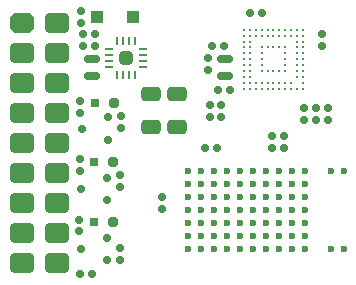
<source format=gbr>
%TF.GenerationSoftware,Altium Limited,Altium Designer,23.9.2 (47)*%
G04 Layer_Color=255*
%FSLAX45Y45*%
%MOMM*%
%TF.SameCoordinates,AC4A3DE0-5486-420A-B1FF-1F5B93080124*%
%TF.FilePolarity,Positive*%
%TF.FileFunction,Pads,Top*%
%TF.Part,Single*%
G01*
G75*
%TA.AperFunction,SMDPad,CuDef*%
G04:AMPARAMS|DCode=10|XSize=0.65mm|YSize=1.35mm|CornerRadius=0.1625mm|HoleSize=0mm|Usage=FLASHONLY|Rotation=270.000|XOffset=0mm|YOffset=0mm|HoleType=Round|Shape=RoundedRectangle|*
%AMROUNDEDRECTD10*
21,1,0.65000,1.02500,0,0,270.0*
21,1,0.32500,1.35000,0,0,270.0*
1,1,0.32500,-0.51250,-0.16250*
1,1,0.32500,-0.51250,0.16250*
1,1,0.32500,0.51250,0.16250*
1,1,0.32500,0.51250,-0.16250*
%
%ADD10ROUNDEDRECTD10*%
%ADD11R,0.23000X0.75000*%
G04:AMPARAMS|DCode=12|XSize=0.23mm|YSize=0.75mm|CornerRadius=0.0575mm|HoleSize=0mm|Usage=FLASHONLY|Rotation=180.000|XOffset=0mm|YOffset=0mm|HoleType=Round|Shape=RoundedRectangle|*
%AMROUNDEDRECTD12*
21,1,0.23000,0.63500,0,0,180.0*
21,1,0.11500,0.75000,0,0,180.0*
1,1,0.11500,-0.05750,0.31750*
1,1,0.11500,0.05750,0.31750*
1,1,0.11500,0.05750,-0.31750*
1,1,0.11500,-0.05750,-0.31750*
%
%ADD12ROUNDEDRECTD12*%
G04:AMPARAMS|DCode=13|XSize=0.23mm|YSize=0.75mm|CornerRadius=0.0575mm|HoleSize=0mm|Usage=FLASHONLY|Rotation=90.000|XOffset=0mm|YOffset=0mm|HoleType=Round|Shape=RoundedRectangle|*
%AMROUNDEDRECTD13*
21,1,0.23000,0.63500,0,0,90.0*
21,1,0.11500,0.75000,0,0,90.0*
1,1,0.11500,0.31750,0.05750*
1,1,0.11500,0.31750,-0.05750*
1,1,0.11500,-0.31750,-0.05750*
1,1,0.11500,-0.31750,0.05750*
%
%ADD13ROUNDEDRECTD13*%
G04:AMPARAMS|DCode=14|XSize=1.13mm|YSize=1.13mm|CornerRadius=0.2825mm|HoleSize=0mm|Usage=FLASHONLY|Rotation=90.000|XOffset=0mm|YOffset=0mm|HoleType=Round|Shape=RoundedRectangle|*
%AMROUNDEDRECTD14*
21,1,1.13000,0.56500,0,0,90.0*
21,1,0.56500,1.13000,0,0,90.0*
1,1,0.56500,0.28250,0.28250*
1,1,0.56500,0.28250,-0.28250*
1,1,0.56500,-0.28250,-0.28250*
1,1,0.56500,-0.28250,0.28250*
%
%ADD14ROUNDEDRECTD14*%
%TA.AperFunction,BGAPad,SMDef*%
%ADD15C,0.25000*%
%TA.AperFunction,BGAPad,CuDef*%
%ADD16C,0.25000*%
%ADD17C,0.60000*%
%TA.AperFunction,SMDPad,CuDef*%
G04:AMPARAMS|DCode=18|XSize=0.6mm|YSize=0.7mm|CornerRadius=0.15mm|HoleSize=0mm|Usage=FLASHONLY|Rotation=270.000|XOffset=0mm|YOffset=0mm|HoleType=Round|Shape=RoundedRectangle|*
%AMROUNDEDRECTD18*
21,1,0.60000,0.40000,0,0,270.0*
21,1,0.30000,0.70000,0,0,270.0*
1,1,0.30000,-0.20000,-0.15000*
1,1,0.30000,-0.20000,0.15000*
1,1,0.30000,0.20000,0.15000*
1,1,0.30000,0.20000,-0.15000*
%
%ADD18ROUNDEDRECTD18*%
G04:AMPARAMS|DCode=19|XSize=0.6mm|YSize=0.6mm|CornerRadius=0.15mm|HoleSize=0mm|Usage=FLASHONLY|Rotation=180.000|XOffset=0mm|YOffset=0mm|HoleType=Round|Shape=RoundedRectangle|*
%AMROUNDEDRECTD19*
21,1,0.60000,0.30000,0,0,180.0*
21,1,0.30000,0.60000,0,0,180.0*
1,1,0.30000,-0.15000,0.15000*
1,1,0.30000,0.15000,0.15000*
1,1,0.30000,0.15000,-0.15000*
1,1,0.30000,-0.15000,-0.15000*
%
%ADD19ROUNDEDRECTD19*%
%ADD20R,0.80000X0.80000*%
G04:AMPARAMS|DCode=21|XSize=0.8mm|YSize=0.8mm|CornerRadius=0.2mm|HoleSize=0mm|Usage=FLASHONLY|Rotation=90.000|XOffset=0mm|YOffset=0mm|HoleType=Round|Shape=RoundedRectangle|*
%AMROUNDEDRECTD21*
21,1,0.80000,0.40000,0,0,90.0*
21,1,0.40000,0.80000,0,0,90.0*
1,1,0.40000,0.20000,0.20000*
1,1,0.40000,0.20000,-0.20000*
1,1,0.40000,-0.20000,-0.20000*
1,1,0.40000,-0.20000,0.20000*
%
%ADD21ROUNDEDRECTD21*%
G04:AMPARAMS|DCode=22|XSize=1.1mm|YSize=1.1mm|CornerRadius=0.275mm|HoleSize=0mm|Usage=FLASHONLY|Rotation=270.000|XOffset=0mm|YOffset=0mm|HoleType=Round|Shape=RoundedRectangle|*
%AMROUNDEDRECTD22*
21,1,1.10000,0.55000,0,0,270.0*
21,1,0.55000,1.10000,0,0,270.0*
1,1,0.55000,-0.27500,-0.27500*
1,1,0.55000,-0.27500,0.27500*
1,1,0.55000,0.27500,0.27500*
1,1,0.55000,0.27500,-0.27500*
%
%ADD22ROUNDEDRECTD22*%
%ADD23R,1.10000X1.10000*%
G04:AMPARAMS|DCode=24|XSize=1.65mm|YSize=1.25mm|CornerRadius=0.3125mm|HoleSize=0mm|Usage=FLASHONLY|Rotation=180.000|XOffset=0mm|YOffset=0mm|HoleType=Round|Shape=RoundedRectangle|*
%AMROUNDEDRECTD24*
21,1,1.65000,0.62500,0,0,180.0*
21,1,1.02500,1.25000,0,0,180.0*
1,1,0.62500,-0.51250,0.31250*
1,1,0.62500,0.51250,0.31250*
1,1,0.62500,0.51250,-0.31250*
1,1,0.62500,-0.51250,-0.31250*
%
%ADD24ROUNDEDRECTD24*%
G04:AMPARAMS|DCode=25|XSize=0.6mm|YSize=0.6mm|CornerRadius=0.15mm|HoleSize=0mm|Usage=FLASHONLY|Rotation=90.000|XOffset=0mm|YOffset=0mm|HoleType=Round|Shape=RoundedRectangle|*
%AMROUNDEDRECTD25*
21,1,0.60000,0.30000,0,0,90.0*
21,1,0.30000,0.60000,0,0,90.0*
1,1,0.30000,0.15000,0.15000*
1,1,0.30000,0.15000,-0.15000*
1,1,0.30000,-0.15000,-0.15000*
1,1,0.30000,-0.15000,0.15000*
%
%ADD25ROUNDEDRECTD25*%
%TA.AperFunction,ComponentPad*%
G04:AMPARAMS|DCode=30|XSize=1.7mm|YSize=2.1mm|CornerRadius=0.425mm|HoleSize=0mm|Usage=FLASHONLY|Rotation=270.000|XOffset=0mm|YOffset=0mm|HoleType=Round|Shape=RoundedRectangle|*
%AMROUNDEDRECTD30*
21,1,1.70000,1.25001,0,0,270.0*
21,1,0.85000,2.10000,0,0,270.0*
1,1,0.85000,-0.62500,-0.42500*
1,1,0.85000,-0.62500,0.42500*
1,1,0.85000,0.62500,0.42500*
1,1,0.85000,0.62500,-0.42500*
%
%ADD30ROUNDEDRECTD30*%
G04:AMPARAMS|DCode=31|XSize=1.7mm|YSize=2.1mm|CornerRadius=0mm|HoleSize=0mm|Usage=FLASHONLY|Rotation=270.000|XOffset=0mm|YOffset=0mm|HoleType=Round|Shape=Octagon|*
%AMOCTAGOND31*
4,1,8,1.05000,0.42500,1.05000,-0.42500,0.62500,-0.85000,-0.62500,-0.85000,-1.05000,-0.42500,-1.05000,0.42500,-0.62500,0.85000,0.62500,0.85000,1.05000,0.42500,0.0*
%
%ADD31OCTAGOND31*%

D10*
X750000Y1875000D02*
D03*
Y2025000D02*
D03*
X1880001Y2025000D02*
D03*
Y1875000D02*
D03*
D11*
X965000Y1885000D02*
D03*
D12*
X1015000D02*
D03*
X1065000D02*
D03*
X1115000D02*
D03*
Y2175000D02*
D03*
X1065000D02*
D03*
X1015000D02*
D03*
X965000D02*
D03*
D13*
X1185000Y1955000D02*
D03*
Y2005000D02*
D03*
Y2055000D02*
D03*
Y2105000D02*
D03*
X895000D02*
D03*
Y2055000D02*
D03*
Y2005000D02*
D03*
Y1955000D02*
D03*
D14*
X1040000Y2030000D02*
D03*
D15*
X2490000Y2220000D02*
D03*
X2540000Y1770000D02*
D03*
X2040000D02*
D03*
X2090000Y1820000D02*
D03*
Y2220000D02*
D03*
X2540000Y2270000D02*
D03*
X2040000D02*
D03*
D16*
X2490000Y1770000D02*
D03*
X2440000D02*
D03*
X2390000D02*
D03*
X2340000D02*
D03*
X2290000D02*
D03*
X2240000D02*
D03*
X2190000D02*
D03*
X2140000D02*
D03*
X2090000D02*
D03*
X2540000Y1820000D02*
D03*
X2440000D02*
D03*
X2390000D02*
D03*
X2340000D02*
D03*
X2290000D02*
D03*
X2240000D02*
D03*
X2190000D02*
D03*
X2140000D02*
D03*
X2040000D02*
D03*
X2540000Y1870000D02*
D03*
X2490000D02*
D03*
X2090000D02*
D03*
X2040000D02*
D03*
X2540000Y1920000D02*
D03*
X2490000D02*
D03*
X2390000D02*
D03*
X2340000D02*
D03*
X2290000D02*
D03*
X2240000D02*
D03*
X2190000D02*
D03*
X2090000D02*
D03*
X2040000D02*
D03*
X2540000Y1970000D02*
D03*
X2490000D02*
D03*
X2390000D02*
D03*
X2190000D02*
D03*
X2090000D02*
D03*
X2040000D02*
D03*
X2540000Y2020000D02*
D03*
X2490000D02*
D03*
X2390000D02*
D03*
X2190000D02*
D03*
X2090000D02*
D03*
X2040000D02*
D03*
X2540000Y2070000D02*
D03*
X2490000D02*
D03*
X2390000D02*
D03*
X2190000D02*
D03*
X2090000D02*
D03*
X2040000D02*
D03*
X2540000Y2120000D02*
D03*
X2490000D02*
D03*
X2390000D02*
D03*
X2340000D02*
D03*
X2290000D02*
D03*
X2240000D02*
D03*
X2190000D02*
D03*
X2090000D02*
D03*
X2040000D02*
D03*
X2540000Y2170000D02*
D03*
X2490000D02*
D03*
X2090000D02*
D03*
X2040000D02*
D03*
X2540000Y2220000D02*
D03*
X2440000D02*
D03*
X2390000D02*
D03*
X2340000D02*
D03*
X2290000D02*
D03*
X2240000D02*
D03*
X2190000D02*
D03*
X2140000D02*
D03*
X2040000D02*
D03*
X2490000Y2270000D02*
D03*
X2440000D02*
D03*
X2390000D02*
D03*
X2340000D02*
D03*
X2290000D02*
D03*
X2240000D02*
D03*
X2190000D02*
D03*
X2140000D02*
D03*
X2090000D02*
D03*
D17*
X2890000Y1070000D02*
D03*
X2780000D02*
D03*
X2560000D02*
D03*
X2450000D02*
D03*
X2340000D02*
D03*
X2230000D02*
D03*
X2120000D02*
D03*
X2010000D02*
D03*
X1900000D02*
D03*
X1790000D02*
D03*
X1680000D02*
D03*
X1570000D02*
D03*
X2560000Y960000D02*
D03*
X2450000D02*
D03*
X2340000D02*
D03*
X2230000D02*
D03*
X2120000D02*
D03*
X2010000D02*
D03*
X1900000D02*
D03*
X1790000D02*
D03*
X1680000D02*
D03*
X1570000D02*
D03*
X2560000Y850000D02*
D03*
X2450000D02*
D03*
X2340000D02*
D03*
X2230000D02*
D03*
X2120000D02*
D03*
X2010000D02*
D03*
X1900000D02*
D03*
X1790000D02*
D03*
X1680000D02*
D03*
X1570000D02*
D03*
X2560000Y740000D02*
D03*
X2450000D02*
D03*
X2340000D02*
D03*
X2230000D02*
D03*
X2120000D02*
D03*
X2010000D02*
D03*
X1900000D02*
D03*
X1790000D02*
D03*
X1680000D02*
D03*
X1570000D02*
D03*
X2560000Y630000D02*
D03*
X2450000D02*
D03*
X2340000D02*
D03*
X2230000D02*
D03*
X2120000D02*
D03*
X2010000D02*
D03*
X1900000D02*
D03*
X1790000D02*
D03*
X1680000D02*
D03*
X1570000D02*
D03*
X2560000Y520000D02*
D03*
X2450000D02*
D03*
X2340000D02*
D03*
X2230000D02*
D03*
X2120000D02*
D03*
X2010000D02*
D03*
X1900000D02*
D03*
X1790000D02*
D03*
X1680000D02*
D03*
X1570000D02*
D03*
X2890000Y410000D02*
D03*
X2780000D02*
D03*
X2560000D02*
D03*
X2450000D02*
D03*
X2340000D02*
D03*
X2230000D02*
D03*
X2120000D02*
D03*
X2010000D02*
D03*
X1900000D02*
D03*
X1790000D02*
D03*
X1680000D02*
D03*
X1570000D02*
D03*
D18*
X890000Y1338289D02*
D03*
Y1528289D02*
D03*
X670000Y1433289D02*
D03*
X880000Y828289D02*
D03*
Y1018289D02*
D03*
X660000Y923289D02*
D03*
X880000Y318289D02*
D03*
Y508289D02*
D03*
X660000Y413289D02*
D03*
D19*
X650000Y1563289D02*
D03*
Y1663289D02*
D03*
X2550000Y1510000D02*
D03*
Y1610000D02*
D03*
X2750000Y1510000D02*
D03*
Y1610000D02*
D03*
X2650000Y1510000D02*
D03*
Y1610000D02*
D03*
X2280000Y1270000D02*
D03*
Y1370000D02*
D03*
X2380000Y1270000D02*
D03*
Y1370000D02*
D03*
X1000000Y1540000D02*
D03*
Y1440000D02*
D03*
X990000Y1040000D02*
D03*
Y940000D02*
D03*
X650000Y1073289D02*
D03*
Y1173289D02*
D03*
X1850000Y1530000D02*
D03*
Y1630000D02*
D03*
X990000Y420000D02*
D03*
Y320000D02*
D03*
X640000Y563289D02*
D03*
Y663289D02*
D03*
X660000Y2430000D02*
D03*
Y2330000D02*
D03*
X1750001Y1530000D02*
D03*
Y1630000D02*
D03*
X2700000Y2130000D02*
D03*
Y2230000D02*
D03*
X1740000Y2030000D02*
D03*
Y1930000D02*
D03*
X1350000Y750000D02*
D03*
Y850000D02*
D03*
D20*
X780000Y1653289D02*
D03*
X770000Y1153289D02*
D03*
Y643289D02*
D03*
D21*
X940000Y1653289D02*
D03*
X930000Y1153289D02*
D03*
Y643289D02*
D03*
D22*
X800000Y2380000D02*
D03*
D23*
X1100000D02*
D03*
D24*
X1470000Y1730000D02*
D03*
Y1450000D02*
D03*
X1250000Y1730000D02*
D03*
Y1450000D02*
D03*
D25*
X680000Y2130000D02*
D03*
X780000D02*
D03*
X680000Y2230000D02*
D03*
X780000D02*
D03*
X1820000Y1760000D02*
D03*
X1920000D02*
D03*
X2190000Y2410000D02*
D03*
X2090000D02*
D03*
X1770002Y2130001D02*
D03*
X1870002D02*
D03*
X1810000Y1270000D02*
D03*
X1710000D02*
D03*
X750000Y200000D02*
D03*
X650000D02*
D03*
D30*
X454000Y294000D02*
D03*
Y548000D02*
D03*
X160000Y294000D02*
D03*
Y548000D02*
D03*
X454000Y802000D02*
D03*
Y1056000D02*
D03*
Y1310000D02*
D03*
Y1564000D02*
D03*
Y1818000D02*
D03*
Y2072000D02*
D03*
Y2326000D02*
D03*
X160000Y802000D02*
D03*
Y1056000D02*
D03*
Y1310000D02*
D03*
Y1564000D02*
D03*
Y1818000D02*
D03*
Y2072000D02*
D03*
D31*
Y2326000D02*
D03*
%TF.MD5,7f7a49937154fb907785963d535ef10c*%
M02*

</source>
